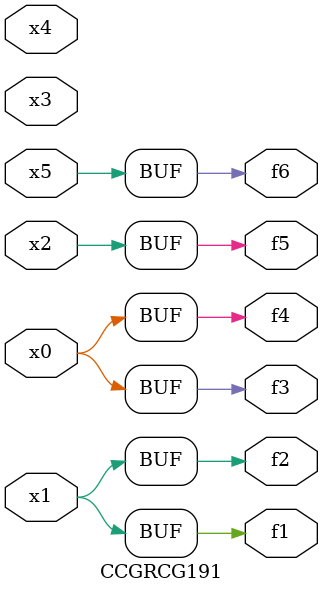
<source format=v>
module CCGRCG191(
	input x0, x1, x2, x3, x4, x5,
	output f1, f2, f3, f4, f5, f6
);
	assign f1 = x1;
	assign f2 = x1;
	assign f3 = x0;
	assign f4 = x0;
	assign f5 = x2;
	assign f6 = x5;
endmodule

</source>
